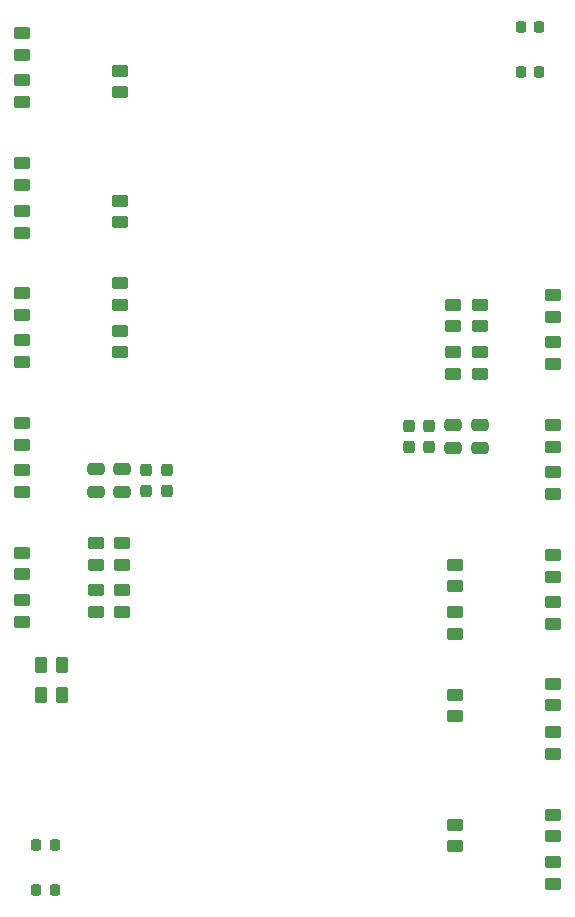
<source format=gbr>
%TF.GenerationSoftware,KiCad,Pcbnew,7.0.6*%
%TF.CreationDate,2023-12-18T00:28:03+09:00*%
%TF.ProjectId,Controller_20220713_TOINIOT2,436f6e74-726f-46c6-9c65-725f32303232,rev?*%
%TF.SameCoordinates,Original*%
%TF.FileFunction,Paste,Top*%
%TF.FilePolarity,Positive*%
%FSLAX46Y46*%
G04 Gerber Fmt 4.6, Leading zero omitted, Abs format (unit mm)*
G04 Created by KiCad (PCBNEW 7.0.6) date 2023-12-18 00:28:03*
%MOMM*%
%LPD*%
G01*
G04 APERTURE LIST*
G04 Aperture macros list*
%AMRoundRect*
0 Rectangle with rounded corners*
0 $1 Rounding radius*
0 $2 $3 $4 $5 $6 $7 $8 $9 X,Y pos of 4 corners*
0 Add a 4 corners polygon primitive as box body*
4,1,4,$2,$3,$4,$5,$6,$7,$8,$9,$2,$3,0*
0 Add four circle primitives for the rounded corners*
1,1,$1+$1,$2,$3*
1,1,$1+$1,$4,$5*
1,1,$1+$1,$6,$7*
1,1,$1+$1,$8,$9*
0 Add four rect primitives between the rounded corners*
20,1,$1+$1,$2,$3,$4,$5,0*
20,1,$1+$1,$4,$5,$6,$7,0*
20,1,$1+$1,$6,$7,$8,$9,0*
20,1,$1+$1,$8,$9,$2,$3,0*%
G04 Aperture macros list end*
%ADD10RoundRect,0.250000X0.450000X-0.262500X0.450000X0.262500X-0.450000X0.262500X-0.450000X-0.262500X0*%
%ADD11RoundRect,0.250000X-0.475000X0.250000X-0.475000X-0.250000X0.475000X-0.250000X0.475000X0.250000X0*%
%ADD12RoundRect,0.250000X0.475000X-0.250000X0.475000X0.250000X-0.475000X0.250000X-0.475000X-0.250000X0*%
%ADD13RoundRect,0.250000X-0.450000X0.262500X-0.450000X-0.262500X0.450000X-0.262500X0.450000X0.262500X0*%
%ADD14RoundRect,0.237500X0.237500X-0.287500X0.237500X0.287500X-0.237500X0.287500X-0.237500X-0.287500X0*%
%ADD15RoundRect,0.250000X0.262500X0.450000X-0.262500X0.450000X-0.262500X-0.450000X0.262500X-0.450000X0*%
%ADD16RoundRect,0.250000X-0.262500X-0.450000X0.262500X-0.450000X0.262500X0.450000X-0.262500X0.450000X0*%
%ADD17RoundRect,0.237500X-0.237500X0.287500X-0.237500X-0.287500X0.237500X-0.287500X0.237500X0.287500X0*%
%ADD18RoundRect,0.218750X-0.218750X-0.256250X0.218750X-0.256250X0.218750X0.256250X-0.218750X0.256250X0*%
%ADD19RoundRect,0.218750X0.218750X0.256250X-0.218750X0.256250X-0.218750X-0.256250X0.218750X-0.256250X0*%
G04 APERTURE END LIST*
D10*
%TO.C,R16*%
X40800000Y-49500000D03*
X40800000Y-47675000D03*
%TD*%
D11*
%TO.C,C6*%
X69000000Y-59695000D03*
X69000000Y-61595000D03*
%TD*%
D10*
%TO.C,R31*%
X77500000Y-94500000D03*
X77500000Y-92675000D03*
%TD*%
D12*
%TO.C,C3*%
X41000000Y-65305000D03*
X41000000Y-63405000D03*
%TD*%
D13*
%TO.C,R24*%
X77500000Y-63675000D03*
X77500000Y-65500000D03*
%TD*%
D11*
%TO.C,C5*%
X71250000Y-59695000D03*
X71250000Y-61595000D03*
%TD*%
D10*
%TO.C,R3*%
X32500000Y-50325000D03*
X32500000Y-48500000D03*
%TD*%
D14*
%TO.C,FB4*%
X65250000Y-61520000D03*
X65250000Y-59770000D03*
%TD*%
D13*
%TO.C,R13*%
X32500000Y-74500000D03*
X32500000Y-76325000D03*
%TD*%
D10*
%TO.C,R5*%
X32500000Y-72325000D03*
X32500000Y-70500000D03*
%TD*%
%TO.C,R1*%
X32500000Y-28325000D03*
X32500000Y-26500000D03*
%TD*%
D13*
%TO.C,R12*%
X32500000Y-41587500D03*
X32500000Y-43412500D03*
%TD*%
%TO.C,R38*%
X77500000Y-70675000D03*
X77500000Y-72500000D03*
%TD*%
%TO.C,R6*%
X40800000Y-29675000D03*
X40800000Y-31500000D03*
%TD*%
%TO.C,R21*%
X77500000Y-96675000D03*
X77500000Y-98500000D03*
%TD*%
D10*
%TO.C,R32*%
X77500000Y-83412500D03*
X77500000Y-81587500D03*
%TD*%
D15*
%TO.C,R42*%
X35912500Y-80000000D03*
X34087500Y-80000000D03*
%TD*%
D14*
%TO.C,FB3*%
X67000000Y-61520000D03*
X67000000Y-59770000D03*
%TD*%
D13*
%TO.C,R25*%
X77500000Y-52675000D03*
X77500000Y-54500000D03*
%TD*%
%TO.C,R36*%
X69200000Y-75500000D03*
X69200000Y-77325000D03*
%TD*%
D16*
%TO.C,R41*%
X34087500Y-82500000D03*
X35912500Y-82500000D03*
%TD*%
D13*
%TO.C,R34*%
X69000000Y-53500000D03*
X69000000Y-55325000D03*
%TD*%
D10*
%TO.C,R30*%
X69000000Y-51325000D03*
X69000000Y-49500000D03*
%TD*%
D17*
%TO.C,FB1*%
X43000000Y-63480000D03*
X43000000Y-65230000D03*
%TD*%
D18*
%TO.C,RED2*%
X74712500Y-26000000D03*
X76287500Y-26000000D03*
%TD*%
D13*
%TO.C,R9*%
X38750000Y-73675000D03*
X38750000Y-75500000D03*
%TD*%
D10*
%TO.C,R15*%
X38750000Y-71500000D03*
X38750000Y-69675000D03*
%TD*%
D13*
%TO.C,R22*%
X77500000Y-85675000D03*
X77500000Y-87500000D03*
%TD*%
D10*
%TO.C,R27*%
X69200000Y-84325000D03*
X69200000Y-82500000D03*
%TD*%
D13*
%TO.C,R23*%
X77500000Y-74675000D03*
X77500000Y-76500000D03*
%TD*%
D10*
%TO.C,R29*%
X71250000Y-51325000D03*
X71250000Y-49500000D03*
%TD*%
%TO.C,R17*%
X32500000Y-65325000D03*
X32500000Y-63500000D03*
%TD*%
D19*
%TO.C,RED*%
X35287500Y-99000000D03*
X33712500Y-99000000D03*
%TD*%
D13*
%TO.C,R10*%
X41000000Y-73675000D03*
X41000000Y-75500000D03*
%TD*%
%TO.C,R8*%
X40800000Y-51675000D03*
X40800000Y-53500000D03*
%TD*%
%TO.C,R35*%
X71250000Y-53500000D03*
X71250000Y-55325000D03*
%TD*%
D12*
%TO.C,C2*%
X38750000Y-65305000D03*
X38750000Y-63405000D03*
%TD*%
D10*
%TO.C,R33*%
X77500000Y-50500000D03*
X77500000Y-48675000D03*
%TD*%
%TO.C,R4*%
X32500000Y-61325000D03*
X32500000Y-59500000D03*
%TD*%
%TO.C,R18*%
X32500000Y-54325000D03*
X32500000Y-52500000D03*
%TD*%
D19*
%TO.C,GRN*%
X35287500Y-95250000D03*
X33712500Y-95250000D03*
%TD*%
D10*
%TO.C,R2*%
X32500000Y-39325000D03*
X32500000Y-37500000D03*
%TD*%
%TO.C,R28*%
X69200000Y-73325000D03*
X69200000Y-71500000D03*
%TD*%
D17*
%TO.C,FB2*%
X44750000Y-63480000D03*
X44750000Y-65230000D03*
%TD*%
D13*
%TO.C,R37*%
X77500000Y-59675000D03*
X77500000Y-61500000D03*
%TD*%
D18*
%TO.C,GRN2*%
X74712500Y-29750000D03*
X76287500Y-29750000D03*
%TD*%
D13*
%TO.C,R11*%
X32500000Y-30500000D03*
X32500000Y-32325000D03*
%TD*%
D10*
%TO.C,R26*%
X69200000Y-95325000D03*
X69200000Y-93500000D03*
%TD*%
%TO.C,R14*%
X41000000Y-71500000D03*
X41000000Y-69675000D03*
%TD*%
D13*
%TO.C,R7*%
X40800000Y-40675000D03*
X40800000Y-42500000D03*
%TD*%
M02*

</source>
